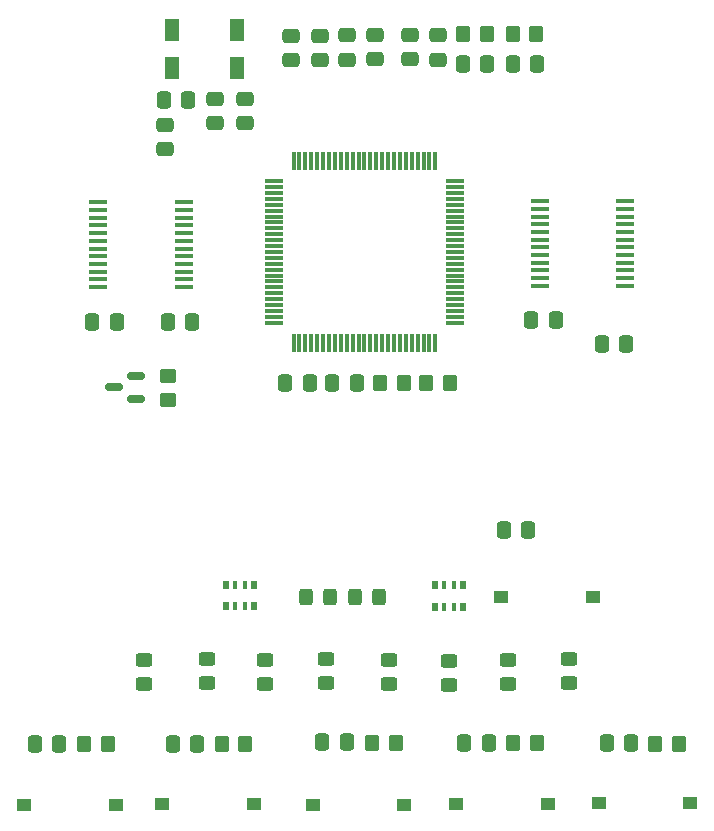
<source format=gtp>
G04 #@! TF.GenerationSoftware,KiCad,Pcbnew,7.0.8*
G04 #@! TF.CreationDate,2023-11-09T09:46:19+07:00*
G04 #@! TF.ProjectId,PCB v2,50434220-7632-42e6-9b69-6361645f7063,rev?*
G04 #@! TF.SameCoordinates,Original*
G04 #@! TF.FileFunction,Paste,Top*
G04 #@! TF.FilePolarity,Positive*
%FSLAX46Y46*%
G04 Gerber Fmt 4.6, Leading zero omitted, Abs format (unit mm)*
G04 Created by KiCad (PCBNEW 7.0.8) date 2023-11-09 09:46:19*
%MOMM*%
%LPD*%
G01*
G04 APERTURE LIST*
G04 Aperture macros list*
%AMRoundRect*
0 Rectangle with rounded corners*
0 $1 Rounding radius*
0 $2 $3 $4 $5 $6 $7 $8 $9 X,Y pos of 4 corners*
0 Add a 4 corners polygon primitive as box body*
4,1,4,$2,$3,$4,$5,$6,$7,$8,$9,$2,$3,0*
0 Add four circle primitives for the rounded corners*
1,1,$1+$1,$2,$3*
1,1,$1+$1,$4,$5*
1,1,$1+$1,$6,$7*
1,1,$1+$1,$8,$9*
0 Add four rect primitives between the rounded corners*
20,1,$1+$1,$2,$3,$4,$5,0*
20,1,$1+$1,$4,$5,$6,$7,0*
20,1,$1+$1,$6,$7,$8,$9,0*
20,1,$1+$1,$8,$9,$2,$3,0*%
G04 Aperture macros list end*
%ADD10RoundRect,0.250000X0.475000X-0.337500X0.475000X0.337500X-0.475000X0.337500X-0.475000X-0.337500X0*%
%ADD11RoundRect,0.250000X0.337500X0.475000X-0.337500X0.475000X-0.337500X-0.475000X0.337500X-0.475000X0*%
%ADD12RoundRect,0.250000X0.450000X-0.325000X0.450000X0.325000X-0.450000X0.325000X-0.450000X-0.325000X0*%
%ADD13RoundRect,0.250000X0.350000X0.450000X-0.350000X0.450000X-0.350000X-0.450000X0.350000X-0.450000X0*%
%ADD14R,0.500000X0.800000*%
%ADD15R,0.400000X0.800000*%
%ADD16RoundRect,0.250000X-0.475000X0.337500X-0.475000X-0.337500X0.475000X-0.337500X0.475000X0.337500X0*%
%ADD17R,1.500000X0.400000*%
%ADD18RoundRect,0.250000X-0.337500X-0.475000X0.337500X-0.475000X0.337500X0.475000X-0.337500X0.475000X0*%
%ADD19R,1.250000X1.000000*%
%ADD20RoundRect,0.150000X0.587500X0.150000X-0.587500X0.150000X-0.587500X-0.150000X0.587500X-0.150000X0*%
%ADD21RoundRect,0.250000X-0.350000X-0.450000X0.350000X-0.450000X0.350000X0.450000X-0.350000X0.450000X0*%
%ADD22RoundRect,0.075000X-0.075000X-0.725000X0.075000X-0.725000X0.075000X0.725000X-0.075000X0.725000X0*%
%ADD23RoundRect,0.075000X-0.725000X-0.075000X0.725000X-0.075000X0.725000X0.075000X-0.725000X0.075000X0*%
%ADD24RoundRect,0.250000X0.450000X-0.350000X0.450000X0.350000X-0.450000X0.350000X-0.450000X-0.350000X0*%
%ADD25R,1.300000X1.900000*%
%ADD26RoundRect,0.250000X0.325000X0.450000X-0.325000X0.450000X-0.325000X-0.450000X0.325000X-0.450000X0*%
G04 APERTURE END LIST*
D10*
X131288500Y-72857500D03*
X131288500Y-70782500D03*
D11*
X122930000Y-89720000D03*
X120855000Y-89720000D03*
D12*
X151070000Y-120460000D03*
X151070000Y-118410000D03*
X130630000Y-120290000D03*
X130630000Y-118240000D03*
D13*
X151160000Y-94860000D03*
X149160000Y-94860000D03*
D14*
X132170000Y-111970000D03*
D15*
X132970000Y-111970000D03*
X133770000Y-111970000D03*
D14*
X134570000Y-111970000D03*
X134570000Y-113770000D03*
D15*
X133770000Y-113770000D03*
X132970000Y-113770000D03*
D14*
X132170000Y-113770000D03*
D12*
X145970000Y-120350000D03*
X145970000Y-118300000D03*
X156110000Y-120350000D03*
X156110000Y-118300000D03*
D16*
X127058500Y-75070000D03*
X127058500Y-72995000D03*
D17*
X158760000Y-86630000D03*
X158760000Y-85980000D03*
X158760000Y-85330000D03*
X158760000Y-84680000D03*
X158760000Y-84030000D03*
X158760000Y-83380000D03*
X158760000Y-82730000D03*
X158760000Y-82080000D03*
X158760000Y-81430000D03*
X158760000Y-80780000D03*
X158760000Y-80130000D03*
X158760000Y-79480000D03*
X166010000Y-79480000D03*
X166010000Y-80130000D03*
X166010000Y-80780000D03*
X166010000Y-81430000D03*
X166010000Y-82080000D03*
X166010000Y-82730000D03*
X166010000Y-83380000D03*
X166010000Y-84030000D03*
X166010000Y-84680000D03*
X166010000Y-85330000D03*
X166010000Y-85980000D03*
X166010000Y-86630000D03*
D18*
X152357500Y-125316000D03*
X154432500Y-125316000D03*
D19*
X126813500Y-130510000D03*
X134563500Y-130510000D03*
D11*
X155722500Y-107280000D03*
X157797500Y-107280000D03*
D18*
X127703500Y-125460000D03*
X129778500Y-125460000D03*
D16*
X137718500Y-65442500D03*
X137718500Y-67517500D03*
X142468500Y-65405000D03*
X142468500Y-67480000D03*
X140118500Y-65445000D03*
X140118500Y-67520000D03*
X150148500Y-65410000D03*
X150148500Y-67485000D03*
D13*
X133838500Y-125410000D03*
X131838500Y-125410000D03*
D20*
X124610000Y-94270000D03*
X124610000Y-96170000D03*
X122735000Y-95220000D03*
D13*
X122216000Y-125380000D03*
X120216000Y-125380000D03*
D19*
X151693500Y-130510000D03*
X159443500Y-130510000D03*
D18*
X141205000Y-94860000D03*
X143280000Y-94860000D03*
D12*
X125290000Y-120330000D03*
X125290000Y-118280000D03*
X135510000Y-120350000D03*
X135510000Y-118300000D03*
D11*
X158563500Y-67840000D03*
X156488500Y-67840000D03*
D18*
X115998500Y-125410000D03*
X118073500Y-125410000D03*
D12*
X140660000Y-120290000D03*
X140660000Y-118240000D03*
X161260000Y-120240000D03*
X161260000Y-118190000D03*
D19*
X155495000Y-112940000D03*
X163245000Y-112940000D03*
X171498500Y-130440000D03*
X163748500Y-130440000D03*
D13*
X158496500Y-125316000D03*
X156496500Y-125316000D03*
D17*
X128640000Y-79570000D03*
X128640000Y-80220000D03*
X128640000Y-80870000D03*
X128640000Y-81520000D03*
X128640000Y-82170000D03*
X128640000Y-82820000D03*
X128640000Y-83470000D03*
X128640000Y-84120000D03*
X128640000Y-84770000D03*
X128640000Y-85420000D03*
X128640000Y-86070000D03*
X128640000Y-86720000D03*
X121390000Y-86720000D03*
X121390000Y-86070000D03*
X121390000Y-85420000D03*
X121390000Y-84770000D03*
X121390000Y-84120000D03*
X121390000Y-83470000D03*
X121390000Y-82820000D03*
X121390000Y-82170000D03*
X121390000Y-81520000D03*
X121390000Y-80870000D03*
X121390000Y-80220000D03*
X121390000Y-79570000D03*
D18*
X137207500Y-94850000D03*
X139282500Y-94850000D03*
D21*
X152288500Y-65310000D03*
X154288500Y-65310000D03*
D16*
X147798500Y-65380000D03*
X147798500Y-67455000D03*
D22*
X137920000Y-76085000D03*
X138420000Y-76085000D03*
X138920000Y-76085000D03*
X139420000Y-76085000D03*
X139920000Y-76085000D03*
X140420000Y-76085000D03*
X140920000Y-76085000D03*
X141420000Y-76085000D03*
X141920000Y-76085000D03*
X142420000Y-76085000D03*
X142920000Y-76085000D03*
X143420000Y-76085000D03*
X143920000Y-76085000D03*
X144420000Y-76085000D03*
X144920000Y-76085000D03*
X145420000Y-76085000D03*
X145920000Y-76085000D03*
X146420000Y-76085000D03*
X146920000Y-76085000D03*
X147420000Y-76085000D03*
X147920000Y-76085000D03*
X148420000Y-76085000D03*
X148920000Y-76085000D03*
X149420000Y-76085000D03*
X149920000Y-76085000D03*
D23*
X151595000Y-77760000D03*
X151595000Y-78260000D03*
X151595000Y-78760000D03*
X151595000Y-79260000D03*
X151595000Y-79760000D03*
X151595000Y-80260000D03*
X151595000Y-80760000D03*
X151595000Y-81260000D03*
X151595000Y-81760000D03*
X151595000Y-82260000D03*
X151595000Y-82760000D03*
X151595000Y-83260000D03*
X151595000Y-83760000D03*
X151595000Y-84260000D03*
X151595000Y-84760000D03*
X151595000Y-85260000D03*
X151595000Y-85760000D03*
X151595000Y-86260000D03*
X151595000Y-86760000D03*
X151595000Y-87260000D03*
X151595000Y-87760000D03*
X151595000Y-88260000D03*
X151595000Y-88760000D03*
X151595000Y-89260000D03*
X151595000Y-89760000D03*
D22*
X149920000Y-91435000D03*
X149420000Y-91435000D03*
X148920000Y-91435000D03*
X148420000Y-91435000D03*
X147920000Y-91435000D03*
X147420000Y-91435000D03*
X146920000Y-91435000D03*
X146420000Y-91435000D03*
X145920000Y-91435000D03*
X145420000Y-91435000D03*
X144920000Y-91435000D03*
X144420000Y-91435000D03*
X143920000Y-91435000D03*
X143420000Y-91435000D03*
X142920000Y-91435000D03*
X142420000Y-91435000D03*
X141920000Y-91435000D03*
X141420000Y-91435000D03*
X140920000Y-91435000D03*
X140420000Y-91435000D03*
X139920000Y-91435000D03*
X139420000Y-91435000D03*
X138920000Y-91435000D03*
X138420000Y-91435000D03*
X137920000Y-91435000D03*
D23*
X136245000Y-89760000D03*
X136245000Y-89260000D03*
X136245000Y-88760000D03*
X136245000Y-88260000D03*
X136245000Y-87760000D03*
X136245000Y-87260000D03*
X136245000Y-86760000D03*
X136245000Y-86260000D03*
X136245000Y-85760000D03*
X136245000Y-85260000D03*
X136245000Y-84760000D03*
X136245000Y-84260000D03*
X136245000Y-83760000D03*
X136245000Y-83260000D03*
X136245000Y-82760000D03*
X136245000Y-82260000D03*
X136245000Y-81760000D03*
X136245000Y-81260000D03*
X136245000Y-80760000D03*
X136245000Y-80260000D03*
X136245000Y-79760000D03*
X136245000Y-79260000D03*
X136245000Y-78760000D03*
X136245000Y-78260000D03*
X136245000Y-77760000D03*
D24*
X127320000Y-96290000D03*
X127320000Y-94290000D03*
D25*
X127608500Y-68210000D03*
X133108500Y-68210000D03*
X133108500Y-65010000D03*
X127608500Y-65010000D03*
D11*
X160130000Y-89530000D03*
X158055000Y-89530000D03*
D18*
X140359500Y-125282000D03*
X142434500Y-125282000D03*
X166067500Y-91560000D03*
X163992500Y-91560000D03*
D13*
X168538500Y-125380000D03*
X170538500Y-125380000D03*
X147240000Y-94860000D03*
X145240000Y-94860000D03*
X146558500Y-125316000D03*
X144558500Y-125316000D03*
D10*
X133818500Y-72845000D03*
X133818500Y-70770000D03*
D19*
X115128500Y-130580000D03*
X122878500Y-130580000D03*
D14*
X149870000Y-112000000D03*
D15*
X150670000Y-112000000D03*
X151470000Y-112000000D03*
D14*
X152270000Y-112000000D03*
X152270000Y-113800000D03*
D15*
X151470000Y-113800000D03*
X150670000Y-113800000D03*
D14*
X149870000Y-113800000D03*
D13*
X158478500Y-65290000D03*
X156478500Y-65290000D03*
D16*
X144788500Y-65380000D03*
X144788500Y-67455000D03*
D19*
X139523500Y-130610000D03*
X147273500Y-130610000D03*
D18*
X164443500Y-125360000D03*
X166518500Y-125360000D03*
D11*
X128988500Y-70920000D03*
X126913500Y-70920000D03*
X154298500Y-67830000D03*
X152223500Y-67830000D03*
D18*
X129330000Y-89670000D03*
X127255000Y-89670000D03*
D26*
X141022500Y-112980000D03*
X138972500Y-112980000D03*
X143110000Y-113000000D03*
X145160000Y-113000000D03*
M02*

</source>
